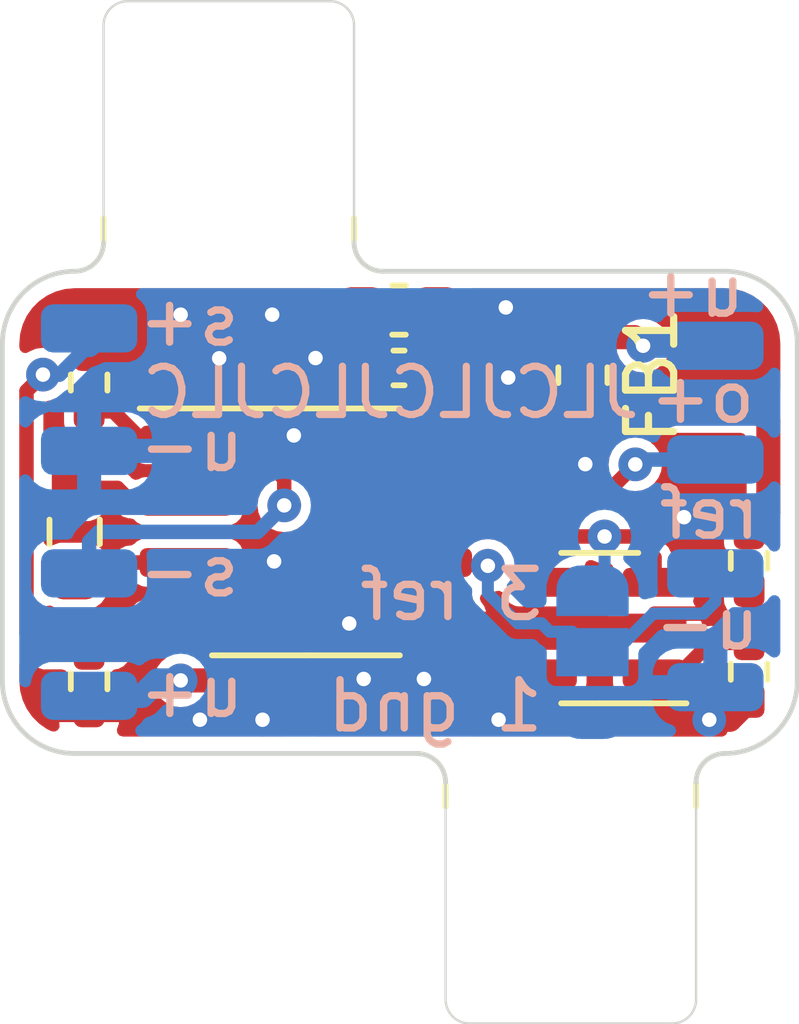
<source format=kicad_pcb>
(kicad_pcb (version 20221018) (generator pcbnew)
  (layers (0 "F.Cu" signal) (31 "B.Cu" power) (34 "B.Paste" user) (35 "F.Paste" user) (36 "B.SilkS" user "B.Silkscreen") (37 "F.SilkS" user "F.Silkscreen") (38 "B.Mask" user) (39 "F.Mask" user) (44 "Edge.Cuts" user))
  (net 0 "")
  (net 1 "VDD")
  (net 2 "GND")
  (net 3 "Net-(IC1-RG_1)")
  (net 4 "Net-(IC1-RG_2)")
  (net 5 "ref")
  (net 6 "out")
  (net 7 "-IN")
  (net 8 "+IN")
  (net 9 "Net-(J1-Pin_1)")
  (net 10 "Net-(IC2-INPUT_+)")
  (net 11 "Net-(IC2-INPUT_-)")
  (footprint "Capacitor_SMD:C_0402_1005Metric_Pad0.74x0.62mm_HandSolder" (layer "F.Cu") (at 81.2325 48.005 180)
    (fp_text reference "C1" hide)
    (fp_text value "100n" hide)
    (fp_line (start -0.115835 -0.36) (end 0.115835 -0.36) (stroke (width 0.12)) (layer "F.SilkS"))
    (fp_line (start -0.115835 0.36) (end 0.115835 0.36) (stroke (width 0.12)) (layer "F.SilkS"))
    (pad "1" smd roundrect (at -0.5675 0 180) (size 0.735 0.62) (layers "F.Cu" "F.Paste" "F.Mask") (net 1 "VDD"))
    (pad "2" smd roundrect (at 0.5675 0 180) (size 0.735 0.62) (layers "F.Cu" "F.Paste" "F.Mask") (net 2 "GND"))
  )
  (footprint "Resistor_SMD:R_0402_1005Metric_Pad0.72x0.64mm_HandSolder" (layer "F.Cu") (at 88.5 54.305 90)
    (fp_text reference "R4" hide)
    (fp_text value "10k" hide)
    (fp_line (start -0.167621 -0.38) (end 0.167621 -0.38) (stroke (width 0.12)) (layer "F.SilkS"))
    (fp_line (start -0.167621 0.38) (end 0.167621 0.38) (stroke (width 0.12)) (layer "F.SilkS"))
    (pad "1" smd roundrect (at -0.5975 0 90) (size 0.715 0.64) (layers "F.Cu" "F.Paste" "F.Mask") (net 2 "GND"))
    (pad "2" smd roundrect (at 0.5975 0 90) (size 0.715 0.64) (layers "F.Cu" "F.Paste" "F.Mask") (net 10 "Net-(IC2-INPUT_+)"))
  )
  (footprint "MountingEquipment:mouse-bite-2mm-slot" (layer "F.Cu") (at 84.9 57 180)
    (fp_text reference "mouse-bite-2mm-slot" hide)
    (fp_text value "VAL**" hide)
    (fp_line (start -2.5 0.4) (end -2.5 -0.1) (stroke (width 0.12)) (layer "F.SilkS"))
    (fp_line (start 2.7 -0.1) (end 2.7 0.35) (stroke (width 0.12)) (layer "F.SilkS"))
    (fp_arc (start -2.5 0.4) (mid -2.675736 0.824264) (end -3.1 1) (stroke (width 0.1)) (layer "F.SilkS"))
    (fp_arc (start 3.3 1) (mid 2.875736 0.824264) (end 2.7 0.4) (stroke (width 0.1)) (layer "F.SilkS"))
    (pad "" np_thru_hole circle (at -2.2 0.7 180) (size 0.5 0.5) (drill 0.5) (layers "F&B.Cu" "*.Mask"))
    (pad "" np_thru_hole circle (at -1.4 0.7 180) (size 0.5 0.5) (drill 0.5) (layers "F&B.Cu" "*.Mask"))
    (pad "" np_thru_hole circle (at -0.65 0.75 180) (size 0.5 0.5) (drill 0.5) (layers "F&B.Cu" "*.Mask"))
    (pad "" np_thru_hole circle (at 0.1 0.75 180) (size 0.5 0.5) (drill 0.5) (layers "F&B.Cu" "*.Mask"))
    (pad "" np_thru_hole circle (at 0.85 0.75 180) (size 0.5 0.5) (drill 0.5) (layers "F&B.Cu" "*.Mask"))
    (pad "" np_thru_hole circle (at 1.6 0.75 180) (size 0.5 0.5) (drill 0.5) (layers "F&B.Cu" "*.Mask"))
    (pad "" np_thru_hole circle (at 2.4 0.75 180) (size 0.5 0.5) (drill 0.5) (layers "F&B.Cu" "*.Mask"))
  )
  (footprint "MountingEquipment:mouse-bite-2mm-slot" (layer "F.Cu") (at 77.6 45)
    (fp_text reference "mouse-bite-2mm-slot" hide)
    (fp_text value "VAL**" hide)
    (fp_line (start -2.5 0.4) (end -2.5 -0.1) (stroke (width 0.12)) (layer "F.SilkS"))
    (fp_line (start 2.7 -0.1) (end 2.7 0.35) (stroke (width 0.12)) (layer "F.SilkS"))
    (fp_arc (start -2.5 0.4) (mid -2.675736 0.824264) (end -3.1 1) (stroke (width 0.1)) (layer "F.SilkS"))
    (fp_arc (start 3.3 1) (mid 2.875736 0.824264) (end 2.7 0.4) (stroke (width 0.1)) (layer "F.SilkS"))
    (pad "" np_thru_hole circle (at -2.2 0.7) (size 0.5 0.5) (drill 0.5) (layers "F&B.Cu" "*.Mask"))
    (pad "" np_thru_hole circle (at -1.4 0.7) (size 0.5 0.5) (drill 0.5) (layers "F&B.Cu" "*.Mask"))
    (pad "" np_thru_hole circle (at -0.65 0.75) (size 0.5 0.5) (drill 0.5) (layers "F&B.Cu" "*.Mask"))
    (pad "" np_thru_hole circle (at 0.1 0.75) (size 0.5 0.5) (drill 0.5) (layers "F&B.Cu" "*.Mask"))
    (pad "" np_thru_hole circle (at 0.85 0.75) (size 0.5 0.5) (drill 0.5) (layers "F&B.Cu" "*.Mask"))
    (pad "" np_thru_hole circle (at 1.6 0.75) (size 0.5 0.5) (drill 0.5) (layers "F&B.Cu" "*.Mask"))
    (pad "" np_thru_hole circle (at 2.4 0.75) (size 0.5 0.5) (drill 0.5) (layers "F&B.Cu" "*.Mask"))
  )
  (footprint "Package_SO:SOIC-8_3.9x4.9mm_P1.27mm" (layer "F.Cu") (at 79.3 51.405)
    (fp_text reference "IC1" hide)
    (fp_text value "INA826AID" hide)
    (fp_line (start 0 -2.56) (end -3.45 -2.56) (stroke (width 0.12)) (layer "F.SilkS"))
    (fp_line (start 0 -2.56) (end 1.95 -2.56) (stroke (width 0.12)) (layer "F.SilkS"))
    (fp_line (start 0 2.56) (end -1.95 2.56) (stroke (width 0.12)) (layer "F.SilkS"))
    (fp_line (start 0 2.56) (end 1.95 2.56) (stroke (width 0.12)) (layer "F.SilkS"))
    (pad "1" smd roundrect (at -2.475 -1.905) (size 1.95 0.6) (layers "F.Cu" "F.Paste" "F.Mask") (net 7 "-IN"))
    (pad "2" smd roundrect (at -2.475 -0.635) (size 1.95 0.6) (layers "F.Cu" "F.Paste" "F.Mask") (net 3 "Net-(IC1-RG_1)"))
    (pad "3" smd roundrect (at -2.475 0.635) (size 1.95 0.6) (layers "F.Cu" "F.Paste" "F.Mask") (net 4 "Net-(IC1-RG_2)"))
    (pad "4" smd roundrect (at -2.475 1.905) (size 1.95 0.6) (layers "F.Cu" "F.Paste" "F.Mask") (net 8 "+IN"))
    (pad "5" smd roundrect (at 2.475 1.905) (size 1.95 0.6) (layers "F.Cu" "F.Paste" "F.Mask") (net 2 "GND"))
    (pad "6" smd roundrect (at 2.475 0.635) (size 1.95 0.6) (layers "F.Cu" "F.Paste" "F.Mask") (net 5 "ref"))
    (pad "7" smd roundrect (at 2.475 -0.635) (size 1.95 0.6) (layers "F.Cu" "F.Paste" "F.Mask") (net 6 "out"))
    (pad "8" smd roundrect (at 2.475 -1.905) (size 1.95 0.6) (layers "F.Cu" "F.Paste" "F.Mask") (net 1 "VDD"))
  )
  (footprint "Package_TO_SOT_SMD:SOT-23-5" (layer "F.Cu") (at 85.4 53.4 180)
    (fp_text reference "IC2" hide)
    (fp_text value "AS321KTR-G1" hide)
    (fp_line (start 0 -1.56) (end -1.8 -1.56) (stroke (width 0.12)) (layer "F.SilkS"))
    (fp_line (start 0 -1.56) (end 0.8 -1.56) (stroke (width 0.12)) (layer "F.SilkS"))
    (fp_line (start 0 1.56) (end -0.8 1.56) (stroke (width 0.12)) (layer "F.SilkS"))
    (fp_line (start 0 1.56) (end 0.8 1.56) (stroke (width 0.12)) (layer "F.SilkS"))
    (pad "1" smd roundrect (at -1.1375 -0.95 180) (size 1.325 0.6) (layers "F.Cu" "F.Paste" "F.Mask") (net 10 "Net-(IC2-INPUT_+)"))
    (pad "2" smd roundrect (at -1.1375 0 180) (size 1.325 0.6) (layers "F.Cu" "F.Paste" "F.Mask") (net 2 "GND"))
    (pad "3" smd roundrect (at -1.1375 0.95 180) (size 1.325 0.6) (layers "F.Cu" "F.Paste" "F.Mask") (net 11 "Net-(IC2-INPUT_-)"))
    (pad "4" smd roundrect (at 1.1375 0.95 180) (size 1.325 0.6) (layers "F.Cu" "F.Paste" "F.Mask") (net 11 "Net-(IC2-INPUT_-)"))
    (pad "5" smd roundrect (at 1.1375 -0.95 180) (size 1.325 0.6) (layers "F.Cu" "F.Paste" "F.Mask") (net 1 "VDD"))
  )
  (footprint "Capacitor_SMD:C_0603_1608Metric" (layer "F.Cu") (at 81.2325 46.805 180)
    (fp_text reference "C2" hide)
    (fp_text value "10u" hide)
    (fp_line (start -0.14058 -0.51) (end 0.14058 -0.51) (stroke (width 0.12)) (layer "F.SilkS"))
    (fp_line (start -0.14058 0.51) (end 0.14058 0.51) (stroke (width 0.12)) (layer "F.SilkS"))
    (pad "1" smd roundrect (at -0.775 0 180) (size 0.9 0.95) (layers "F.Cu" "F.Paste" "F.Mask") (net 1 "VDD"))
    (pad "2" smd roundrect (at 0.775 0 180) (size 0.9 0.95) (layers "F.Cu" "F.Paste" "F.Mask") (net 2 "GND"))
  )
  (footprint "Resistor_SMD:R_0402_1005Metric_Pad0.72x0.64mm_HandSolder" (layer "F.Cu") (at 74.8 54.5025 90)
    (fp_text reference "R2" hide)
    (fp_text value "47k" hide)
    (fp_line (start -0.167621 -0.38) (end 0.167621 -0.38) (stroke (width 0.12)) (layer "F.SilkS"))
    (fp_line (start -0.167621 0.38) (end 0.167621 0.38) (stroke (width 0.12)) (layer "F.SilkS"))
    (pad "1" smd roundrect (at -0.5975 0 90) (size 0.715 0.64) (layers "F.Cu" "F.Paste" "F.Mask") (net 2 "GND"))
    (pad "2" smd roundrect (at 0.5975 0 90) (size 0.715 0.64) (layers "F.Cu" "F.Paste" "F.Mask") (net 8 "+IN"))
  )
  (footprint "Resistor_SMD:R_0402_1005Metric_Pad0.72x0.64mm_HandSolder" (layer "F.Cu") (at 74.8 48.3075 90)
    (fp_text reference "R1" hide)
    (fp_text value "47k" hide)
    (fp_line (start -0.167621 -0.38) (end 0.167621 -0.38) (stroke (width 0.12)) (layer "F.SilkS"))
    (fp_line (start -0.167621 0.38) (end 0.167621 0.38) (stroke (width 0.12)) (layer "F.SilkS"))
    (pad "1" smd roundrect (at -0.5975 0 90) (size 0.715 0.64) (layers "F.Cu" "F.Paste" "F.Mask") (net 7 "-IN"))
    (pad "2" smd roundrect (at 0.5975 0 90) (size 0.715 0.64) (layers "F.Cu" "F.Paste" "F.Mask") (net 2 "GND"))
  )
  (footprint "Resistor_SMD:R_0402_1005Metric_Pad0.72x0.64mm_HandSolder" (layer "F.Cu") (at 88.5 52.005 90)
    (fp_text reference "R3" hide)
    (fp_text value "10k" hide)
    (fp_line (start -0.167621 -0.38) (end 0.167621 -0.38) (stroke (width 0.12)) (layer "F.SilkS"))
    (fp_line (start -0.167621 0.38) (end 0.167621 0.38) (stroke (width 0.12)) (layer "F.SilkS"))
    (pad "1" smd roundrect (at -0.5975 0 90) (size 0.715 0.64) (layers "F.Cu" "F.Paste" "F.Mask") (net 10 "Net-(IC2-INPUT_+)"))
    (pad "2" smd roundrect (at 0.5975 0 90) (size 0.715 0.64) (layers "F.Cu" "F.Paste" "F.Mask") (net 1 "VDD"))
  )
  (footprint "Inductor_SMD:L_0603_1608Metric" (layer "F.Cu") (at 85.05 48.155 -90)
    (fp_text reference "FB1" (at 0 -1.43 -90) (layer "F.SilkS"))
    (fp_text value "120R")
    (fp_line (start -0.162779 -0.51) (end 0.162779 -0.51) (stroke (width 0.12)) (layer "F.SilkS"))
    (fp_line (start -0.162779 0.51) (end 0.162779 0.51) (stroke (width 0.12)) (layer "F.SilkS"))
    (pad "1" smd roundrect (at -0.7875 0 270) (size 0.875 0.95) (layers "F.Cu" "F.Paste" "F.Mask") (net 9 "Net-(J1-Pin_1)"))
    (pad "2" smd roundrect (at 0.7875 0 270) (size 0.875 0.95) (layers "F.Cu" "F.Paste" "F.Mask") (net 1 "VDD"))
  )
  (footprint "MountingHole:MountingHole_2.2mm_M2" (layer "F.Cu") (at 84.8 59.1 180)
    (fp_text reference "REF**" hide)
    (fp_text value "MountingHole_2.2mm_M2" hide)
    (pad "" np_thru_hole circle (at 0 0 180) (size 2.2 2.2) (drill 2.2) (layers "F&B.Cu" "*.Mask"))
  )
  (footprint "MountingHole:MountingHole_2.2mm_M2" (layer "F.Cu") (at 77.7 42.9)
    (fp_text reference "REF**" hide)
    (fp_text value "MountingHole_2.2mm_M2" hide)
    (pad "" np_thru_hole circle (at 0 0) (size 2.2 2.2) (drill 2.2) (layers "F&B.Cu" "*.Mask"))
  )
  (footprint "Resistor_SMD:R_0603_1608Metric_Pad0.98x0.95mm_HandSolder" (layer "F.Cu") (at 74.5 51.405 90)
    (fp_text reference "RG1" hide)
    (fp_text value "tbd" hide)
    (fp_line (start -0.254724 -0.5225) (end 0.254724 -0.5225) (stroke (width 0.12)) (layer "F.SilkS"))
    (fp_line (start -0.254724 0.5225) (end 0.254724 0.5225) (stroke (width 0.12)) (layer "F.SilkS"))
    (pad "1" smd roundrect (at -0.9125 0 90) (size 0.975 0.95) (layers "F.Cu" "F.Paste" "F.Mask") (net 4 "Net-(IC1-RG_2)"))
    (pad "2" smd roundrect (at 0.9125 0 90) (size 0.975 0.95) (layers "F.Cu" "F.Paste" "F.Mask") (net 3 "Net-(IC1-RG_1)"))
  )
  (footprint "Connector_Wire:SolderWirePad_1x01_SMD_1x2mm" (layer "B.Cu") (at 74.8 47.185 90)
    (fp_text reference "J6" hide)
    (fp_text value "Conn_01x01_Socket" hide)
    (pad "1" smd roundrect (at 0 0 90) (size 1 2) (layers "B.Cu" "B.Paste" "B.Mask") (net 8 "+IN"))
  )
  (footprint "Connector_Wire:SolderWirePad_1x01_SMD_1x2mm" (layer "B.Cu") (at 87.8 52.265 -90)
    (fp_text reference "J3" hide)
    (fp_text value "Conn_01x01_Socket" hide)
    (pad "1" smd roundrect (at 0 0 270) (size 1 2) (layers "B.Cu" "B.Paste" "B.Mask") (net 5 "ref"))
  )
  (footprint "Connector_Wire:SolderWirePad_1x01_SMD_1x2mm" (layer "B.Cu") (at 74.8 52.265 90)
    (fp_text reference "J7" hide)
    (fp_text value "Conn_01x01_Socket" hide)
    (pad "1" smd roundrect (at 0 0 90) (size 1 2) (layers "B.Cu" "B.Paste" "B.Mask") (net 7 "-IN"))
  )
  (footprint "Jumper:SolderJumper-3_P1.3mm_Open_RoundedPad1.0x1.5mm_NumberLabels" (layer "B.Cu") (at 85.25 53.9 90)
    (fp_text reference "JP1" hide)
    (fp_text value "SolderJumper_3_Open" hide)
    (pad "1" smd custom (at -1.3 0 90) (size 1 0.5) (layers "B.Cu" "B.Mask") (net 2 "GND") (options (clearance outline) (anchor rect)) (primitives (gr_circle (center 0 -0.25) (end 0.5 -0.25) (width 0) (fill yes)) (gr_circle (center 0 0.25) (end 0.5 0.25) (width 0) (fill yes)) (gr_poly (pts (xy 0.55 -0.75) (xy 0 -0.75) (xy 0 0.75) (xy 0.55 0.75)) (width 0) (fill yes))))
    (pad "2" smd rect (at 0 0 90) (size 1 1.5) (layers "B.Cu" "B.Mask") (net 5 "ref"))
    (pad "3" smd custom (at 1.3 0 90) (size 1 0.5) (layers "B.Cu" "B.Mask") (net 11 "Net-(IC2-INPUT_-)") (options (clearance outline) (anchor rect)) (primitives (gr_circle (center 0 -0.25) (end 0.5 -0.25) (width 0) (fill yes)) (gr_circle (center 0 0.25) (end 0.5 0.25) (width 0) (fill yes)) (gr_poly (pts (xy 0 -0.75) (xy -0.55 -0.75) (xy -0.55 0.75) (xy 0 0.75)) (width 0) (fill yes))))
  )
  (footprint "Connector_Wire:SolderWirePad_1x01_SMD_1x2mm" (layer "B.Cu") (at 74.8 54.805 90)
    (fp_text reference "J5" hide)
    (fp_text value "Conn_01x01_Socket" hide)
    (pad "1" smd roundrect (at 0 0 90) (size 1 2) (layers "B.Cu" "B.Paste" "B.Mask") (net 1 "VDD"))
  )
  (footprint "Connector_Wire:SolderWirePad_1x01_SMD_1x2mm" (layer "B.Cu") (at 87.8 49.905 -90)
    (fp_text reference "J2" hide)
    (fp_text value "Conn_01x01_Socket" hide)
    (pad "1" smd roundrect (at 0 0 270) (size 1 2) (layers "B.Cu" "B.Paste" "B.Mask") (net 6 "out"))
  )
  (footprint "Connector_Wire:SolderWirePad_1x01_SMD_1x2mm" (layer "B.Cu") (at 87.8 47.545 -90)
    (fp_text reference "J1" hide)
    (fp_text value "Conn_01x01_Socket" hide)
    (pad "1" smd roundrect (at 0 0 270) (size 1 2) (layers "B.Cu" "B.Paste" "B.Mask") (net 9 "Net-(J1-Pin_1)"))
  )
  (footprint "Connector_Wire:SolderWirePad_1x01_SMD_1x2mm" (layer "B.Cu") (at 87.8 54.625 -90)
    (fp_text reference "J4" hide)
    (fp_text value "Conn_01x01_Socket" hide)
    (pad "1" smd roundrect (at 0 0 270) (size 1 2) (layers "B.Cu" "B.Paste" "B.Mask") (net 2 "GND"))
  )
  (footprint "Connector_Wire:SolderWirePad_1x01_SMD_1x2mm" (layer "B.Cu") (at 74.8 49.725 90)
    (fp_text reference "J8" hide)
    (fp_text value "Conn_01x01_Socket" hide)
    (pad "1" smd roundrect (at 0 0 90) (size 1 2) (layers "B.Cu" "B.Paste" "B.Mask") (net 2 "GND"))
  )
  (gr_arc (start 82.7 61.6) (mid 82.346447 61.453553) (end 82.2 61.1) (stroke (width 0.05)) (layer "Edge.Cuts"))
  (gr_line (start 88 46) (end 80.9 46) (stroke (width 0.1)) (layer "Edge.Cuts"))
  (gr_arc (start 79.8 40.4) (mid 80.153553 40.546447) (end 80.3 40.9) (stroke (width 0.05)) (layer "Edge.Cuts"))
  (gr_arc (start 88 46) (mid 89.06066 46.43934) (end 89.5 47.5) (stroke (width 0.1)) (layer "Edge.Cuts"))
  (gr_line (start 80.3 45.4) (end 80.3 40.9) (stroke (width 0.05)) (layer "Edge.Cuts"))
  (gr_line (start 87.4 61.1) (end 87.4 56.6) (stroke (width 0.05)) (layer "Edge.Cuts"))
  (gr_arc (start 74.5 56) (mid 73.43934 55.56066) (end 73 54.5) (stroke (width 0.1)) (layer "Edge.Cuts"))
  (gr_arc (start 73 47.5) (mid 73.43934 46.43934) (end 74.5 46) (stroke (width 0.1)) (layer "Edge.Cuts"))
  (gr_line (start 82.7 61.6) (end 86.9 61.6) (stroke (width 0.05)) (layer "Edge.Cuts"))
  (gr_arc (start 80.9 46) (mid 80.475736 45.824264) (end 80.3 45.4) (stroke (width 0.1)) (layer "Edge.Cuts"))
  (gr_arc (start 87.4 61.1) (mid 87.253553 61.453553) (end 86.9 61.6) (stroke (width 0.05)) (layer "Edge.Cuts"))
  (gr_line (start 81.6 56) (end 74.5 56) (stroke (width 0.1)) (layer "Edge.Cuts"))
  (gr_line (start 82.2 56.6) (end 82.2 61.1) (stroke (width 0.05)) (layer "Edge.Cuts"))
  (gr_arc (start 89.5 54.5) (mid 89.06066 55.56066) (end 88 56) (stroke (width 0.1)) (layer "Edge.Cuts"))
  (gr_arc (start 75.1 40.9) (mid 75.246447 40.546447) (end 75.6 40.4) (stroke (width 0.05)) (layer "Edge.Cuts"))
  (gr_arc (start 87.4 56.6) (mid 87.575736 56.175736) (end 88 56) (stroke (width 0.1)) (layer "Edge.Cuts"))
  (gr_arc (start 75.1 45.4) (mid 74.924264 45.824264) (end 74.5 46) (stroke (width 0.1)) (layer "Edge.Cuts"))
  (gr_line (start 73 47.5) (end 73 54.5) (stroke (width 0.1)) (layer "Edge.Cuts"))
  (gr_line (start 75.1 40.9) (end 75.1 45.4) (stroke (width 0.05)) (layer "Edge.Cuts"))
  (gr_line (start 79.8 40.4) (end 75.6 40.4) (stroke (width 0.05)) (layer "Edge.Cuts"))
  (gr_line (start 89.5 47.5) (end 89.5 54.5) (stroke (width 0.1)) (layer "Edge.Cuts"))
  (gr_arc (start 81.6 56) (mid 82.024264 56.175736) (end 82.2 56.6) (stroke (width 0.1)) (layer "Edge.Cuts"))
  (gr_text "3 ref\n\n" (at 84.3 54.9) (layer "B.SilkS") (effects (font (size 1 1) (thickness 0.153)) (justify left bottom mirror)))
  (gr_text "s+" (at 78 47.6) (layer "B.SilkS") (effects (font (size 1 1) (thickness 0.153)) (justify left bottom mirror)))
  (gr_text "o+" (at 88.7 49.2) (layer "B.SilkS") (effects (font (size 1 1) (thickness 0.153)) (justify left bottom mirror)))
  (gr_text "u+" (at 88.5 47) (layer "B.SilkS") (effects (font (size 1 1) (thickness 0.153)) (justify left bottom mirror)))
  (gr_text "JLCJLCJLCJLC" (at 86.3 49.1) (layer "B.SilkS") (effects (font (size 1 1)) (justify left bottom mirror)))
  (gr_text "ref" (at 88.8 51.6) (layer "B.SilkS") (effects (font (size 1 1) (thickness 0.153)) (justify left bottom mirror)))
  (gr_text "u+" (at 78.1 55.3) (layer "B.SilkS") (effects (font (size 1 1) (thickness 0.153)) (justify left bottom mirror)))
  (gr_text "u-" (at 88.8 53.9) (layer "B.SilkS") (effects (font (size 1 1) (thickness 0.153) bold) (justify left bottom mirror)))
  (gr_text "1 gnd\n" (at 84.3 55.6) (layer "B.SilkS") (effects (font (size 1 1) (thickness 0.153)) (justify left bottom mirror)))
  (gr_text "s-" (at 78 52.8) (layer "B.SilkS") (effects (font (size 1 1) (thickness 0.153)) (justify left bottom mirror)))
  (gr_text "u-" (at 78.1 50.2) (layer "B.SilkS") (effects (font (size 1 1) (thickness 0.153)) (justify left bottom mirror)))
  (segment (start 79.85 52.105) (end 79.85 50.205) (width 0.5) (layer "F.Cu") (net 1))
  (segment (start 84.373629 49.5) (end 84.973629 48.9) (width 0.5) (layer "F.Cu") (net 1))
  (segment (start 79.3 52.658528) (end 79.3 55.155) (width 0.5) (layer "F.Cu") (net 1))
  (segment (start 79.545 55.4) (end 82.068629 55.4) (width 0.5) (layer "F.Cu") (net 1))
  (segment (start 88.7 48.9) (end 88.9 49.1) (width 0.5) (layer "F.Cu") (net 1))
  (segment (start 79.3 52.655) (end 79.85 52.105) (width 0.5) (layer "F.Cu") (net 1))
  (segment (start 77.473528 54.485) (end 79.3 52.658528) (width 0.5) (layer "F.Cu") (net 1))
  (segment (start 88.9 51.0075) (end 88.5 51.4075) (width 0.5) (layer "F.Cu") (net 1))
  (segment (start 81.8 49.475) (end 81.775 49.5) (width 0.5) (layer "F.Cu") (net 1))
  (segment (start 82.068629 55.4) (end 83.118629 54.35) (width 0.5) (layer "F.Cu") (net 1))
  (segment (start 79.3 55.155) (end 79.545 55.4) (width 0.5) (layer "F.Cu") (net 1))
  (segment (start 81.8 48.005) (end 81.8 47.0125) (width 0.5) (layer "F.Cu") (net 1))
  (segment (start 76.7 54.485) (end 77.473528 54.485) (width 0.5) (layer "F.Cu") (net 1))
  (segment (start 79.3 52.658528) (end 79.3 52.655) (width 0.5) (layer "F.Cu") (net 1))
  (segment (start 84.973629 48.9) (end 88.7 48.9) (width 0.5) (layer "F.Cu") (net 1))
  (segment (start 79.85 50.205) (end 80.555 49.5) (width 0.5) (layer "F.Cu") (net 1))
  (segment (start 83.118629 54.35) (end 84.2625 54.35) (width 0.5) (layer "F.Cu") (net 1))
  (segment (start 81.775 49.5) (end 84.373629 49.5) (width 0.5) (layer "F.Cu") (net 1))
  (segment (start 81.8 48.005) (end 81.8 49.475) (width 0.5) (layer "F.Cu") (net 1))
  (segment (start 80.555 49.5) (end 81.775 49.5) (width 0.5) (layer "F.Cu") (net 1))
  (segment (start 88.9 49.1) (end 88.9 51.0075) (width 0.5) (layer "F.Cu") (net 1))
  (segment (start 81.8 47.0125) (end 82.0075 46.805) (width 0.5) (layer "F.Cu") (net 1))
  (via (at 76.7 54.485) (size 0.7) (drill 0.3) (layers "F.Cu" "B.Cu") (net 1))
  (segment (start 75.899311 54.805) (end 74.8 54.805) (width 0.5) (layer "B.Cu") (net 1))
  (segment (start 76.7 54.485) (end 76.219311 54.485) (width 0.5) (layer "B.Cu") (net 1))
  (segment (start 76.219311 54.485) (end 75.899311 54.805) (width 0.5) (layer "B.Cu") (net 1))
  (segment (start 86.5375 53.1) (end 87.5 53.1) (width 0.3) (layer "F.Cu") (net 2))
  (segment (start 87.7 51.65) (end 87.15 51.1) (width 0.3) (layer "F.Cu") (net 2))
  (segment (start 84.3 53.3) (end 84.4 53.4) (width 0.3) (layer "F.Cu") (net 2))
  (segment (start 87.673661 55.3005) (end 88.102 55.3005) (width 0.5) (layer "F.Cu") (net 2))
  (segment (start 81.775 53.31) (end 81.785 53.3) (width 0.3) (layer "F.Cu") (net 2))
  (segment (start 86.5375 53.4) (end 86.5375 53.1) (width 0.3) (layer "F.Cu") (net 2))
  (segment (start 81.785 53.3) (end 84.3 53.3) (width 0.3) (layer "F.Cu") (net 2))
  (segment (start 84.4 53.4) (end 86.5375 53.4) (width 0.3) (layer "F.Cu") (net 2))
  (segment (start 87.7 52.9) (end 87.7 51.65) (width 0.3) (layer "F.Cu") (net 2))
  (segment (start 88.102 55.3005) (end 88.5 54.9025) (width 0.5) (layer "F.Cu") (net 2))
  (segment (start 87.5 53.1) (end 87.7 52.9) (width 0.3) (layer "F.Cu") (net 2))
  (via (at 80.5 54.455) (size 0.7) (drill 0.3) (layers "F.Cu" "B.Cu") (net 2))
  (via (at 78.639708 52.016474) (size 0.7) (drill 0.3) (layers "F.Cu" "B.Cu") (net 2))
  (via (at 78.6 46.9) (size 0.7) (drill 0.3) (layers "F.Cu" "B.Cu") (net 2))
  (via (at 77.5 47.805) (size 0.7) (drill 0.3) (layers "F.Cu" "B.Cu") (net 2))
  (via (at 87.673661 55.3005) (size 0.7) (drill 0.3) (layers "F.Cu" "B.Cu") (net 2))
  (via (at 76.7 46.9) (size 0.7) (drill 0.3) (layers "F.Cu" "B.Cu") (net 2))
  (via (at 79.5 47.8) (size 0.7) (drill 0.3) (layers "F.Cu" "B.Cu") (net 2))
  (via (at 77.1 55.3) (size 0.7) (drill 0.3) (layers "F.Cu" "B.Cu") (net 2))
  (via (at 80.2 53.305) (size 0.7) (drill 0.3) (layers "F.Cu" "B.Cu") (net 2))
  (via (at 87.15 51.1) (size 0.7) (drill 0.3) (layers "F.Cu" "B.Cu") (net 2))
  (via (at 81.75 54.455) (size 0.7) (drill 0.3) (layers "F.Cu" "B.Cu") (net 2))
  (via (at 78.4 55.3005) (size 0.7) (drill 0.3) (layers "F.Cu" "B.Cu") (net 2))
  (via (at 85.1 50) (size 0.7) (drill 0.3) (layers "F.Cu" "B.Cu") (net 2))
  (via (at 83.5 48.205) (size 0.7) (drill 0.3) (layers "F.Cu" "B.Cu") (net 2))
  (via (at 83.3 55.3) (size 0.7) (drill 0.3) (layers "F.Cu" "B.Cu") (net 2))
  (via (at 79.05 49.405) (size 0.7) (drill 0.3) (layers "F.Cu" "B.Cu") (net 2))
  (via (at 83.45 46.75) (size 0.7) (drill 0.3) (layers "F.Cu" "B.Cu") (net 2))
  (segment (start 75.665 50.77) (end 75.3875 50.4925) (width 0.3) (layer "F.Cu") (net 3))
  (segment (start 76.825 50.77) (end 75.665 50.77) (width 0.3) (layer "F.Cu") (net 3))
  (segment (start 75.3875 50.4925) (end 74.5 50.4925) (width 0.3) (layer "F.Cu") (net 3))
  (segment (start 75.3875 52.3175) (end 74.5 52.3175) (width 0.3) (layer "F.Cu") (net 4))
  (segment (start 76.825 52.04) (end 75.665 52.04) (width 0.3) (layer "F.Cu") (net 4))
  (segment (start 75.665 52.04) (end 75.3875 52.3175) (width 0.3) (layer "F.Cu") (net 4))
  (segment (start 83.077414 52.107832) (end 81.842832 52.107832) (width 0.25) (layer "F.Cu") (net 5))
  (segment (start 81.842832 52.107832) (end 81.775 52.04) (width 0.25) (layer "F.Cu") (net 5))
  (via (at 83.077414 52.107832) (size 0.7) (drill 0.3) (layers "F.Cu" "B.Cu") (net 5))
  (segment (start 84.36538 53.475) (end 84.825 53.475) (width 0.25) (layer "B.Cu") (net 5))
  (segment (start 84.825 53.475) (end 85.3 53.95) (width 0.25) (layer "B.Cu") (net 5))
  (segment (start 84.19038 53.3) (end 84.36538 53.475) (width 0.25) (layer "B.Cu") (net 5))
  (segment (start 86.50962 53.1) (end 87.55 53.1) (width 0.25) (layer "B.Cu") (net 5))
  (segment (start 83.7 53.3) (end 84.19038 53.3) (width 0.25) (layer "B.Cu") (net 5))
  (segment (start 83.077414 52.677414) (end 83.7 53.3) (width 0.25) (layer "B.Cu") (net 5))
  (segment (start 83.077414 52.107832) (end 83.077414 52.677414) (width 0.25) (layer "B.Cu") (net 5))
  (segment (start 85.65962 53.95) (end 86.50962 53.1) (width 0.25) (layer "B.Cu") (net 5))
  (segment (start 85.3 53.95) (end 85.65962 53.95) (width 0.25) (layer "B.Cu") (net 5))
  (segment (start 87.8 52.85) (end 87.8 52.265) (width 0.25) (layer "B.Cu") (net 5))
  (segment (start 87.55 53.1) (end 87.8 52.85) (width 0.25) (layer "B.Cu") (net 5))
  (segment (start 86.138 50.0045) (end 85.3725 50.77) (width 0.3) (layer "F.Cu") (net 6))
  (segment (start 85.3725 50.77) (end 81.775 50.77) (width 0.3) (layer "F.Cu") (net 6))
  (via (at 86.138 50.0045) (size 0.7) (drill 0.3) (layers "F.Cu" "B.Cu") (net 6))
  (segment (start 86.2375 49.905) (end 87.8 49.905) (width 0.3) (layer "B.Cu") (net 6))
  (segment (start 86.138 50.0045) (end 86.2375 49.905) (width 0.3) (layer "B.Cu") (net 6))
  (segment (start 76.825 49.5) (end 75.895 49.5) (width 0.3) (layer "F.Cu") (net 7))
  (segment (start 75.895 49.5) (end 75.3 48.905) (width 0.3) (layer "F.Cu") (net 7))
  (segment (start 78.045 49.5) (end 76.825 49.5) (width 0.3) (layer "F.Cu") (net 7))
  (segment (start 75.3 48.905) (end 74.8 48.905) (width 0.3) (layer "F.Cu") (net 7))
  (segment (start 78.85 50.855) (end 78.85 50.305) (width 0.3) (layer "F.Cu") (net 7))
  (segment (start 78.85 50.305) (end 78.045 49.5) (width 0.3) (layer "F.Cu") (net 7))
  (via (at 78.85 50.855) (size 0.7) (drill 0.3) (layers "F.Cu" "B.Cu") (net 7))
  (segment (start 74.8 51.605) (end 74.8 52.265) (width 0.3) (layer "B.Cu") (net 7))
  (segment (start 78.3 51.405) (end 75 51.405) (width 0.3) (layer "B.Cu") (net 7))
  (segment (start 75 51.405) (end 74.8 51.605) (width 0.3) (layer "B.Cu") (net 7))
  (segment (start 78.85 50.855) (end 78.3 51.405) (width 0.3) (layer "B.Cu") (net 7))
  (segment (start 76.825 53.31) (end 75.895 53.31) (width 0.3) (layer "F.Cu") (net 8))
  (segment (start 73.841653 48.143347) (end 73.5 48.485) (width 0.3) (layer "F.Cu") (net 8))
  (segment (start 73.5 53.505) (end 73.9 53.905) (width 0.3) (layer "F.Cu") (net 8))
  (segment (start 75.895 53.31) (end 75.3 53.905) (width 0.3) (layer "F.Cu") (net 8))
  (segment (start 73.5 48.485) (end 73.5 53.505) (width 0.3) (layer "F.Cu") (net 8))
  (segment (start 73.9 53.905) (end 74.8 53.905) (width 0.3) (layer "F.Cu") (net 8))
  (segment (start 75.3 53.905) (end 74.8 53.905) (width 0.3) (layer "F.Cu") (net 8))
  (via (at 73.841653 48.143347) (size 0.7) (drill 0.3) (layers "F.Cu" "B.Cu") (net 8))
  (segment (start 74.186653 48.143347) (end 74.8 47.53) (width 0.3) (layer "B.Cu") (net 8))
  (segment (start 74.8 47.53) (end 74.8 47.185) (width 0.5) (layer "B.Cu") (net 8))
  (segment (start 73.841653 48.143347) (end 74.186653 48.143347) (width 0.3) (layer "B.Cu") (net 8))
  (segment (start 85.2275 47.545) (end 85.05 47.3675) (width 0.5) (layer "F.Cu") (net 9))
  (segment (start 85.05 47.3675) (end 86.1225 47.3675) (width 0.5) (layer "F.Cu") (net 9))
  (segment (start 86.1225 47.3675) (end 86.3 47.545) (width 0.5) (layer "F.Cu") (net 9))
  (via (at 86.3 47.545) (size 0.7) (drill 0.3) (layers "F.Cu" "B.Cu") (net 9))
  (segment (start 86.55 47.545) (end 87.8 47.545) (width 0.5) (layer "B.Cu") (net 9))
  (segment (start 87.6925 53.7075) (end 88.5 53.7075) (width 0.3) (layer "F.Cu") (net 10))
  (segment (start 86.5375 54.35) (end 87.05 54.35) (width 0.3) (layer "F.Cu") (net 10))
  (segment (start 88.5 53.7075) (end 88.5 52.6525) (width 0.3) (layer "F.Cu") (net 10))
  (segment (start 87.05 54.35) (end 87.6925 53.7075) (width 0.3) (layer "F.Cu") (net 10))
  (segment (start 84.7 51.5) (end 86.1 51.5) (width 0.3) (layer "F.Cu") (net 11))
  (segment (start 84.2625 52.45) (end 84.2625 51.9375) (width 0.3) (layer "F.Cu") (net 11))
  (segment (start 84.2625 51.9375) (end 84.7 51.5) (width 0.3) (layer "F.Cu") (net 11))
  (segment (start 86.5375 51.9375) (end 86.5375 52.45) (width 0.3) (layer "F.Cu") (net 11))
  (segment (start 86.1 51.5) (end 86.5375 51.9375) (width 0.3) (layer "F.Cu") (net 11))
  (via (at 85.5 51.5) (size 0.7) (drill 0.3) (layers "F.Cu" "B.Cu") (net 11))
  (segment (start 85.5 52.4) (end 85.2 52.7) (width 0.25) (layer "B.Cu") (net 11))
  (segment (start 85.5 51.5) (end 85.5 52.4) (width 0.25) (layer "B.Cu") (net 11))
  (zone (net 2) (net_name "GND") (layer "F.Cu") (priority 1) (connect_pads (clearance 0.2)) (min_thickness 0.25) (fill yes (thermal_gap 0.3) (thermal_bridge_width 0.5) (island_removal_mode 2) (island_area_min 2))
    (polygon (pts (xy 73.05 45.905) (xy 73.05 56.155) (xy 89.55 56.155) (xy 89.55 45.905)))
  )
  (zone (net 2) (net_name "GND") (layer "B.Cu") (connect_pads (clearance 0.2)) (min_thickness 0.25) (fill yes (thermal_gap 0.3) (thermal_bridge_width 0.5) (island_removal_mode 2) (island_area_min 2))
    (polygon (pts (xy 73.05 45.905) (xy 73.05 56.155) (xy 89.55 56.155) (xy 89.55 45.905)))
  )
)
</source>
